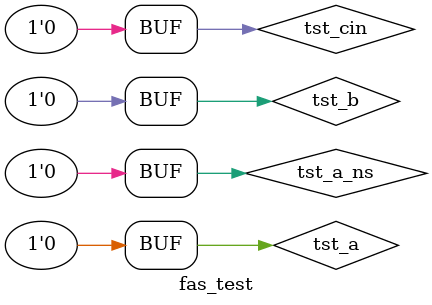
<source format=sv>
module fas_test;

// Put your code here
// ------------------
logic tst_a;
logic tst_b;
logic tst_cin;
logic tst_a_ns;
logic tst_s;
logic tst_cout;

fas fasTest ( 
	.a(tst_a),
	.b(tst_b),
	.cin(tst_cin),
	.a_ns(tst_a_ns),
	.s(tst_s),
	.cout(tst_cout)
);

initial begin
	tst_a = 0;
	tst_b = 0;
	tst_cin = 0;
	tst_a_ns = 0;
	#10
	tst_a = 1;
	#12 
	tst_a = 0;
	#10
	tst_a = 0;

end

// End of your code

endmodule

</source>
